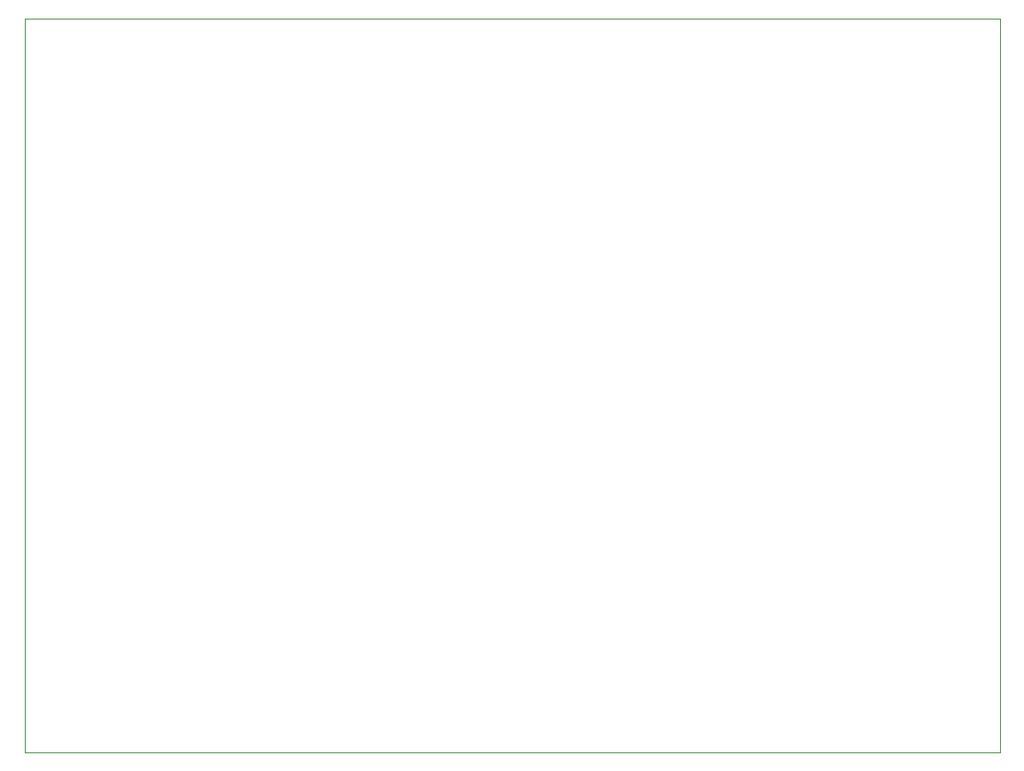
<source format=gbr>
%TF.GenerationSoftware,KiCad,Pcbnew,(6.0.0)*%
%TF.CreationDate,2022-04-09T17:19:21-04:00*%
%TF.ProjectId,ToneEncoderDecoder,546f6e65-456e-4636-9f64-65724465636f,rev?*%
%TF.SameCoordinates,Original*%
%TF.FileFunction,Profile,NP*%
%FSLAX46Y46*%
G04 Gerber Fmt 4.6, Leading zero omitted, Abs format (unit mm)*
G04 Created by KiCad (PCBNEW (6.0.0)) date 2022-04-09 17:19:21*
%MOMM*%
%LPD*%
G01*
G04 APERTURE LIST*
%TA.AperFunction,Profile*%
%ADD10C,0.100000*%
%TD*%
G04 APERTURE END LIST*
D10*
X24500000Y-17500000D02*
X117500000Y-17500000D01*
X117500000Y-17500000D02*
X117500000Y-87500000D01*
X117500000Y-87500000D02*
X24500000Y-87500000D01*
X24500000Y-87500000D02*
X24500000Y-17500000D01*
M02*

</source>
